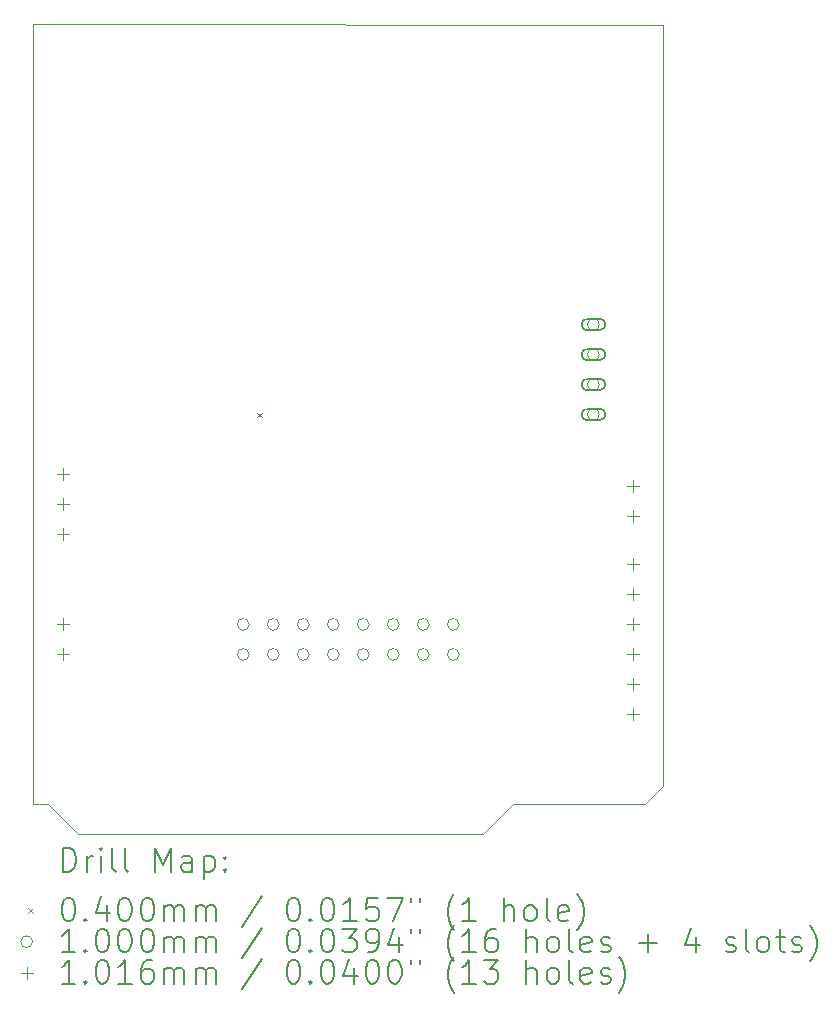
<source format=gbr>
%TF.GenerationSoftware,KiCad,Pcbnew,(6.0.11)*%
%TF.CreationDate,2024-01-05T14:55:54+00:00*%
%TF.ProjectId,EcoIDTester,45636f49-4454-4657-9374-65722e6b6963,rev?*%
%TF.SameCoordinates,Original*%
%TF.FileFunction,Drillmap*%
%TF.FilePolarity,Positive*%
%FSLAX45Y45*%
G04 Gerber Fmt 4.5, Leading zero omitted, Abs format (unit mm)*
G04 Created by KiCad (PCBNEW (6.0.11)) date 2024-01-05 14:55:54*
%MOMM*%
%LPD*%
G01*
G04 APERTURE LIST*
%ADD10C,0.100000*%
%ADD11C,0.200000*%
%ADD12C,0.040000*%
%ADD13C,0.101600*%
G04 APERTURE END LIST*
D10*
X22624000Y-3470000D02*
X17291000Y-3468000D01*
X21355000Y-10072000D02*
X22472000Y-10072000D01*
X22472000Y-10072000D02*
X22625000Y-9920000D01*
X22625000Y-9920000D02*
X22624000Y-3470000D01*
X17291000Y-10071000D02*
X17417000Y-10071000D01*
X17671000Y-10325000D02*
X21100000Y-10326000D01*
X21100000Y-10326000D02*
X21355000Y-10072000D01*
X17417000Y-10071000D02*
X17671000Y-10325000D01*
X17291000Y-3468000D02*
X17291000Y-10071000D01*
D11*
D12*
X19186000Y-6756000D02*
X19226000Y-6796000D01*
X19226000Y-6756000D02*
X19186000Y-6796000D01*
D10*
X19120000Y-8549000D02*
G75*
G03*
X19120000Y-8549000I-50000J0D01*
G01*
X19120000Y-8803000D02*
G75*
G03*
X19120000Y-8803000I-50000J0D01*
G01*
X19374000Y-8549000D02*
G75*
G03*
X19374000Y-8549000I-50000J0D01*
G01*
X19374000Y-8803000D02*
G75*
G03*
X19374000Y-8803000I-50000J0D01*
G01*
X19628000Y-8549000D02*
G75*
G03*
X19628000Y-8549000I-50000J0D01*
G01*
X19628000Y-8803000D02*
G75*
G03*
X19628000Y-8803000I-50000J0D01*
G01*
X19882000Y-8549000D02*
G75*
G03*
X19882000Y-8549000I-50000J0D01*
G01*
X19882000Y-8803000D02*
G75*
G03*
X19882000Y-8803000I-50000J0D01*
G01*
X20136000Y-8549000D02*
G75*
G03*
X20136000Y-8549000I-50000J0D01*
G01*
X20136000Y-8803000D02*
G75*
G03*
X20136000Y-8803000I-50000J0D01*
G01*
X20390000Y-8549000D02*
G75*
G03*
X20390000Y-8549000I-50000J0D01*
G01*
X20390000Y-8803000D02*
G75*
G03*
X20390000Y-8803000I-50000J0D01*
G01*
X20644000Y-8549000D02*
G75*
G03*
X20644000Y-8549000I-50000J0D01*
G01*
X20644000Y-8803000D02*
G75*
G03*
X20644000Y-8803000I-50000J0D01*
G01*
X20898000Y-8549000D02*
G75*
G03*
X20898000Y-8549000I-50000J0D01*
G01*
X20898000Y-8803000D02*
G75*
G03*
X20898000Y-8803000I-50000J0D01*
G01*
X22085000Y-6009000D02*
G75*
G03*
X22085000Y-6009000I-50000J0D01*
G01*
D11*
X21985000Y-6059000D02*
X22085000Y-6059000D01*
X21985000Y-5959000D02*
X22085000Y-5959000D01*
X22085000Y-6059000D02*
G75*
G03*
X22085000Y-5959000I0J50000D01*
G01*
X21985000Y-5959000D02*
G75*
G03*
X21985000Y-6059000I0J-50000D01*
G01*
D10*
X22085000Y-6263000D02*
G75*
G03*
X22085000Y-6263000I-50000J0D01*
G01*
D11*
X21985000Y-6313000D02*
X22085000Y-6313000D01*
X21985000Y-6213000D02*
X22085000Y-6213000D01*
X22085000Y-6313000D02*
G75*
G03*
X22085000Y-6213000I0J50000D01*
G01*
X21985000Y-6213000D02*
G75*
G03*
X21985000Y-6313000I0J-50000D01*
G01*
D10*
X22085000Y-6517000D02*
G75*
G03*
X22085000Y-6517000I-50000J0D01*
G01*
D11*
X21985000Y-6567000D02*
X22085000Y-6567000D01*
X21985000Y-6467000D02*
X22085000Y-6467000D01*
X22085000Y-6567000D02*
G75*
G03*
X22085000Y-6467000I0J50000D01*
G01*
X21985000Y-6467000D02*
G75*
G03*
X21985000Y-6567000I0J-50000D01*
G01*
D10*
X22085000Y-6771000D02*
G75*
G03*
X22085000Y-6771000I-50000J0D01*
G01*
D11*
X21985000Y-6821000D02*
X22085000Y-6821000D01*
X21985000Y-6721000D02*
X22085000Y-6721000D01*
X22085000Y-6821000D02*
G75*
G03*
X22085000Y-6721000I0J50000D01*
G01*
X21985000Y-6721000D02*
G75*
G03*
X21985000Y-6821000I0J-50000D01*
G01*
D13*
X17545000Y-7227200D02*
X17545000Y-7328800D01*
X17494200Y-7278000D02*
X17595800Y-7278000D01*
X17545000Y-7481200D02*
X17545000Y-7582800D01*
X17494200Y-7532000D02*
X17595800Y-7532000D01*
X17545000Y-7735200D02*
X17545000Y-7836800D01*
X17494200Y-7786000D02*
X17595800Y-7786000D01*
X17545000Y-8497200D02*
X17545000Y-8598800D01*
X17494200Y-8548000D02*
X17595800Y-8548000D01*
X17545000Y-8751200D02*
X17545000Y-8852800D01*
X17494200Y-8802000D02*
X17595800Y-8802000D01*
X22371000Y-7328800D02*
X22371000Y-7430400D01*
X22320200Y-7379600D02*
X22421800Y-7379600D01*
X22371000Y-7582800D02*
X22371000Y-7684400D01*
X22320200Y-7633600D02*
X22421800Y-7633600D01*
X22371000Y-7989200D02*
X22371000Y-8090800D01*
X22320200Y-8040000D02*
X22421800Y-8040000D01*
X22371000Y-8243200D02*
X22371000Y-8344800D01*
X22320200Y-8294000D02*
X22421800Y-8294000D01*
X22371000Y-8497200D02*
X22371000Y-8598800D01*
X22320200Y-8548000D02*
X22421800Y-8548000D01*
X22371000Y-8751200D02*
X22371000Y-8852800D01*
X22320200Y-8802000D02*
X22421800Y-8802000D01*
X22371000Y-9005200D02*
X22371000Y-9106800D01*
X22320200Y-9056000D02*
X22421800Y-9056000D01*
X22371000Y-9259200D02*
X22371000Y-9360800D01*
X22320200Y-9310000D02*
X22421800Y-9310000D01*
D11*
X17543619Y-10641476D02*
X17543619Y-10441476D01*
X17591238Y-10441476D01*
X17619810Y-10451000D01*
X17638857Y-10470048D01*
X17648381Y-10489095D01*
X17657905Y-10527190D01*
X17657905Y-10555762D01*
X17648381Y-10593857D01*
X17638857Y-10612905D01*
X17619810Y-10631952D01*
X17591238Y-10641476D01*
X17543619Y-10641476D01*
X17743619Y-10641476D02*
X17743619Y-10508143D01*
X17743619Y-10546238D02*
X17753143Y-10527190D01*
X17762667Y-10517667D01*
X17781714Y-10508143D01*
X17800762Y-10508143D01*
X17867429Y-10641476D02*
X17867429Y-10508143D01*
X17867429Y-10441476D02*
X17857905Y-10451000D01*
X17867429Y-10460524D01*
X17876952Y-10451000D01*
X17867429Y-10441476D01*
X17867429Y-10460524D01*
X17991238Y-10641476D02*
X17972190Y-10631952D01*
X17962667Y-10612905D01*
X17962667Y-10441476D01*
X18096000Y-10641476D02*
X18076952Y-10631952D01*
X18067429Y-10612905D01*
X18067429Y-10441476D01*
X18324571Y-10641476D02*
X18324571Y-10441476D01*
X18391238Y-10584333D01*
X18457905Y-10441476D01*
X18457905Y-10641476D01*
X18638857Y-10641476D02*
X18638857Y-10536714D01*
X18629333Y-10517667D01*
X18610286Y-10508143D01*
X18572190Y-10508143D01*
X18553143Y-10517667D01*
X18638857Y-10631952D02*
X18619810Y-10641476D01*
X18572190Y-10641476D01*
X18553143Y-10631952D01*
X18543619Y-10612905D01*
X18543619Y-10593857D01*
X18553143Y-10574810D01*
X18572190Y-10565286D01*
X18619810Y-10565286D01*
X18638857Y-10555762D01*
X18734095Y-10508143D02*
X18734095Y-10708143D01*
X18734095Y-10517667D02*
X18753143Y-10508143D01*
X18791238Y-10508143D01*
X18810286Y-10517667D01*
X18819810Y-10527190D01*
X18829333Y-10546238D01*
X18829333Y-10603381D01*
X18819810Y-10622429D01*
X18810286Y-10631952D01*
X18791238Y-10641476D01*
X18753143Y-10641476D01*
X18734095Y-10631952D01*
X18915048Y-10622429D02*
X18924571Y-10631952D01*
X18915048Y-10641476D01*
X18905524Y-10631952D01*
X18915048Y-10622429D01*
X18915048Y-10641476D01*
X18915048Y-10517667D02*
X18924571Y-10527190D01*
X18915048Y-10536714D01*
X18905524Y-10527190D01*
X18915048Y-10517667D01*
X18915048Y-10536714D01*
D12*
X17246000Y-10951000D02*
X17286000Y-10991000D01*
X17286000Y-10951000D02*
X17246000Y-10991000D01*
D11*
X17581714Y-10861476D02*
X17600762Y-10861476D01*
X17619810Y-10871000D01*
X17629333Y-10880524D01*
X17638857Y-10899571D01*
X17648381Y-10937667D01*
X17648381Y-10985286D01*
X17638857Y-11023381D01*
X17629333Y-11042429D01*
X17619810Y-11051952D01*
X17600762Y-11061476D01*
X17581714Y-11061476D01*
X17562667Y-11051952D01*
X17553143Y-11042429D01*
X17543619Y-11023381D01*
X17534095Y-10985286D01*
X17534095Y-10937667D01*
X17543619Y-10899571D01*
X17553143Y-10880524D01*
X17562667Y-10871000D01*
X17581714Y-10861476D01*
X17734095Y-11042429D02*
X17743619Y-11051952D01*
X17734095Y-11061476D01*
X17724571Y-11051952D01*
X17734095Y-11042429D01*
X17734095Y-11061476D01*
X17915048Y-10928143D02*
X17915048Y-11061476D01*
X17867429Y-10851952D02*
X17819810Y-10994810D01*
X17943619Y-10994810D01*
X18057905Y-10861476D02*
X18076952Y-10861476D01*
X18096000Y-10871000D01*
X18105524Y-10880524D01*
X18115048Y-10899571D01*
X18124571Y-10937667D01*
X18124571Y-10985286D01*
X18115048Y-11023381D01*
X18105524Y-11042429D01*
X18096000Y-11051952D01*
X18076952Y-11061476D01*
X18057905Y-11061476D01*
X18038857Y-11051952D01*
X18029333Y-11042429D01*
X18019810Y-11023381D01*
X18010286Y-10985286D01*
X18010286Y-10937667D01*
X18019810Y-10899571D01*
X18029333Y-10880524D01*
X18038857Y-10871000D01*
X18057905Y-10861476D01*
X18248381Y-10861476D02*
X18267429Y-10861476D01*
X18286476Y-10871000D01*
X18296000Y-10880524D01*
X18305524Y-10899571D01*
X18315048Y-10937667D01*
X18315048Y-10985286D01*
X18305524Y-11023381D01*
X18296000Y-11042429D01*
X18286476Y-11051952D01*
X18267429Y-11061476D01*
X18248381Y-11061476D01*
X18229333Y-11051952D01*
X18219810Y-11042429D01*
X18210286Y-11023381D01*
X18200762Y-10985286D01*
X18200762Y-10937667D01*
X18210286Y-10899571D01*
X18219810Y-10880524D01*
X18229333Y-10871000D01*
X18248381Y-10861476D01*
X18400762Y-11061476D02*
X18400762Y-10928143D01*
X18400762Y-10947190D02*
X18410286Y-10937667D01*
X18429333Y-10928143D01*
X18457905Y-10928143D01*
X18476952Y-10937667D01*
X18486476Y-10956714D01*
X18486476Y-11061476D01*
X18486476Y-10956714D02*
X18496000Y-10937667D01*
X18515048Y-10928143D01*
X18543619Y-10928143D01*
X18562667Y-10937667D01*
X18572190Y-10956714D01*
X18572190Y-11061476D01*
X18667429Y-11061476D02*
X18667429Y-10928143D01*
X18667429Y-10947190D02*
X18676952Y-10937667D01*
X18696000Y-10928143D01*
X18724571Y-10928143D01*
X18743619Y-10937667D01*
X18753143Y-10956714D01*
X18753143Y-11061476D01*
X18753143Y-10956714D02*
X18762667Y-10937667D01*
X18781714Y-10928143D01*
X18810286Y-10928143D01*
X18829333Y-10937667D01*
X18838857Y-10956714D01*
X18838857Y-11061476D01*
X19229333Y-10851952D02*
X19057905Y-11109095D01*
X19486476Y-10861476D02*
X19505524Y-10861476D01*
X19524571Y-10871000D01*
X19534095Y-10880524D01*
X19543619Y-10899571D01*
X19553143Y-10937667D01*
X19553143Y-10985286D01*
X19543619Y-11023381D01*
X19534095Y-11042429D01*
X19524571Y-11051952D01*
X19505524Y-11061476D01*
X19486476Y-11061476D01*
X19467429Y-11051952D01*
X19457905Y-11042429D01*
X19448381Y-11023381D01*
X19438857Y-10985286D01*
X19438857Y-10937667D01*
X19448381Y-10899571D01*
X19457905Y-10880524D01*
X19467429Y-10871000D01*
X19486476Y-10861476D01*
X19638857Y-11042429D02*
X19648381Y-11051952D01*
X19638857Y-11061476D01*
X19629333Y-11051952D01*
X19638857Y-11042429D01*
X19638857Y-11061476D01*
X19772190Y-10861476D02*
X19791238Y-10861476D01*
X19810286Y-10871000D01*
X19819810Y-10880524D01*
X19829333Y-10899571D01*
X19838857Y-10937667D01*
X19838857Y-10985286D01*
X19829333Y-11023381D01*
X19819810Y-11042429D01*
X19810286Y-11051952D01*
X19791238Y-11061476D01*
X19772190Y-11061476D01*
X19753143Y-11051952D01*
X19743619Y-11042429D01*
X19734095Y-11023381D01*
X19724571Y-10985286D01*
X19724571Y-10937667D01*
X19734095Y-10899571D01*
X19743619Y-10880524D01*
X19753143Y-10871000D01*
X19772190Y-10861476D01*
X20029333Y-11061476D02*
X19915048Y-11061476D01*
X19972190Y-11061476D02*
X19972190Y-10861476D01*
X19953143Y-10890048D01*
X19934095Y-10909095D01*
X19915048Y-10918619D01*
X20210286Y-10861476D02*
X20115048Y-10861476D01*
X20105524Y-10956714D01*
X20115048Y-10947190D01*
X20134095Y-10937667D01*
X20181714Y-10937667D01*
X20200762Y-10947190D01*
X20210286Y-10956714D01*
X20219810Y-10975762D01*
X20219810Y-11023381D01*
X20210286Y-11042429D01*
X20200762Y-11051952D01*
X20181714Y-11061476D01*
X20134095Y-11061476D01*
X20115048Y-11051952D01*
X20105524Y-11042429D01*
X20286476Y-10861476D02*
X20419810Y-10861476D01*
X20334095Y-11061476D01*
X20486476Y-10861476D02*
X20486476Y-10899571D01*
X20562667Y-10861476D02*
X20562667Y-10899571D01*
X20857905Y-11137667D02*
X20848381Y-11128143D01*
X20829333Y-11099571D01*
X20819810Y-11080524D01*
X20810286Y-11051952D01*
X20800762Y-11004333D01*
X20800762Y-10966238D01*
X20810286Y-10918619D01*
X20819810Y-10890048D01*
X20829333Y-10871000D01*
X20848381Y-10842429D01*
X20857905Y-10832905D01*
X21038857Y-11061476D02*
X20924571Y-11061476D01*
X20981714Y-11061476D02*
X20981714Y-10861476D01*
X20962667Y-10890048D01*
X20943619Y-10909095D01*
X20924571Y-10918619D01*
X21276952Y-11061476D02*
X21276952Y-10861476D01*
X21362667Y-11061476D02*
X21362667Y-10956714D01*
X21353143Y-10937667D01*
X21334095Y-10928143D01*
X21305524Y-10928143D01*
X21286476Y-10937667D01*
X21276952Y-10947190D01*
X21486476Y-11061476D02*
X21467429Y-11051952D01*
X21457905Y-11042429D01*
X21448381Y-11023381D01*
X21448381Y-10966238D01*
X21457905Y-10947190D01*
X21467429Y-10937667D01*
X21486476Y-10928143D01*
X21515048Y-10928143D01*
X21534095Y-10937667D01*
X21543619Y-10947190D01*
X21553143Y-10966238D01*
X21553143Y-11023381D01*
X21543619Y-11042429D01*
X21534095Y-11051952D01*
X21515048Y-11061476D01*
X21486476Y-11061476D01*
X21667429Y-11061476D02*
X21648381Y-11051952D01*
X21638857Y-11032905D01*
X21638857Y-10861476D01*
X21819810Y-11051952D02*
X21800762Y-11061476D01*
X21762667Y-11061476D01*
X21743619Y-11051952D01*
X21734095Y-11032905D01*
X21734095Y-10956714D01*
X21743619Y-10937667D01*
X21762667Y-10928143D01*
X21800762Y-10928143D01*
X21819810Y-10937667D01*
X21829333Y-10956714D01*
X21829333Y-10975762D01*
X21734095Y-10994810D01*
X21896000Y-11137667D02*
X21905524Y-11128143D01*
X21924571Y-11099571D01*
X21934095Y-11080524D01*
X21943619Y-11051952D01*
X21953143Y-11004333D01*
X21953143Y-10966238D01*
X21943619Y-10918619D01*
X21934095Y-10890048D01*
X21924571Y-10871000D01*
X21905524Y-10842429D01*
X21896000Y-10832905D01*
D10*
X17286000Y-11235000D02*
G75*
G03*
X17286000Y-11235000I-50000J0D01*
G01*
D11*
X17648381Y-11325476D02*
X17534095Y-11325476D01*
X17591238Y-11325476D02*
X17591238Y-11125476D01*
X17572190Y-11154048D01*
X17553143Y-11173095D01*
X17534095Y-11182619D01*
X17734095Y-11306428D02*
X17743619Y-11315952D01*
X17734095Y-11325476D01*
X17724571Y-11315952D01*
X17734095Y-11306428D01*
X17734095Y-11325476D01*
X17867429Y-11125476D02*
X17886476Y-11125476D01*
X17905524Y-11135000D01*
X17915048Y-11144524D01*
X17924571Y-11163571D01*
X17934095Y-11201667D01*
X17934095Y-11249286D01*
X17924571Y-11287381D01*
X17915048Y-11306428D01*
X17905524Y-11315952D01*
X17886476Y-11325476D01*
X17867429Y-11325476D01*
X17848381Y-11315952D01*
X17838857Y-11306428D01*
X17829333Y-11287381D01*
X17819810Y-11249286D01*
X17819810Y-11201667D01*
X17829333Y-11163571D01*
X17838857Y-11144524D01*
X17848381Y-11135000D01*
X17867429Y-11125476D01*
X18057905Y-11125476D02*
X18076952Y-11125476D01*
X18096000Y-11135000D01*
X18105524Y-11144524D01*
X18115048Y-11163571D01*
X18124571Y-11201667D01*
X18124571Y-11249286D01*
X18115048Y-11287381D01*
X18105524Y-11306428D01*
X18096000Y-11315952D01*
X18076952Y-11325476D01*
X18057905Y-11325476D01*
X18038857Y-11315952D01*
X18029333Y-11306428D01*
X18019810Y-11287381D01*
X18010286Y-11249286D01*
X18010286Y-11201667D01*
X18019810Y-11163571D01*
X18029333Y-11144524D01*
X18038857Y-11135000D01*
X18057905Y-11125476D01*
X18248381Y-11125476D02*
X18267429Y-11125476D01*
X18286476Y-11135000D01*
X18296000Y-11144524D01*
X18305524Y-11163571D01*
X18315048Y-11201667D01*
X18315048Y-11249286D01*
X18305524Y-11287381D01*
X18296000Y-11306428D01*
X18286476Y-11315952D01*
X18267429Y-11325476D01*
X18248381Y-11325476D01*
X18229333Y-11315952D01*
X18219810Y-11306428D01*
X18210286Y-11287381D01*
X18200762Y-11249286D01*
X18200762Y-11201667D01*
X18210286Y-11163571D01*
X18219810Y-11144524D01*
X18229333Y-11135000D01*
X18248381Y-11125476D01*
X18400762Y-11325476D02*
X18400762Y-11192143D01*
X18400762Y-11211190D02*
X18410286Y-11201667D01*
X18429333Y-11192143D01*
X18457905Y-11192143D01*
X18476952Y-11201667D01*
X18486476Y-11220714D01*
X18486476Y-11325476D01*
X18486476Y-11220714D02*
X18496000Y-11201667D01*
X18515048Y-11192143D01*
X18543619Y-11192143D01*
X18562667Y-11201667D01*
X18572190Y-11220714D01*
X18572190Y-11325476D01*
X18667429Y-11325476D02*
X18667429Y-11192143D01*
X18667429Y-11211190D02*
X18676952Y-11201667D01*
X18696000Y-11192143D01*
X18724571Y-11192143D01*
X18743619Y-11201667D01*
X18753143Y-11220714D01*
X18753143Y-11325476D01*
X18753143Y-11220714D02*
X18762667Y-11201667D01*
X18781714Y-11192143D01*
X18810286Y-11192143D01*
X18829333Y-11201667D01*
X18838857Y-11220714D01*
X18838857Y-11325476D01*
X19229333Y-11115952D02*
X19057905Y-11373095D01*
X19486476Y-11125476D02*
X19505524Y-11125476D01*
X19524571Y-11135000D01*
X19534095Y-11144524D01*
X19543619Y-11163571D01*
X19553143Y-11201667D01*
X19553143Y-11249286D01*
X19543619Y-11287381D01*
X19534095Y-11306428D01*
X19524571Y-11315952D01*
X19505524Y-11325476D01*
X19486476Y-11325476D01*
X19467429Y-11315952D01*
X19457905Y-11306428D01*
X19448381Y-11287381D01*
X19438857Y-11249286D01*
X19438857Y-11201667D01*
X19448381Y-11163571D01*
X19457905Y-11144524D01*
X19467429Y-11135000D01*
X19486476Y-11125476D01*
X19638857Y-11306428D02*
X19648381Y-11315952D01*
X19638857Y-11325476D01*
X19629333Y-11315952D01*
X19638857Y-11306428D01*
X19638857Y-11325476D01*
X19772190Y-11125476D02*
X19791238Y-11125476D01*
X19810286Y-11135000D01*
X19819810Y-11144524D01*
X19829333Y-11163571D01*
X19838857Y-11201667D01*
X19838857Y-11249286D01*
X19829333Y-11287381D01*
X19819810Y-11306428D01*
X19810286Y-11315952D01*
X19791238Y-11325476D01*
X19772190Y-11325476D01*
X19753143Y-11315952D01*
X19743619Y-11306428D01*
X19734095Y-11287381D01*
X19724571Y-11249286D01*
X19724571Y-11201667D01*
X19734095Y-11163571D01*
X19743619Y-11144524D01*
X19753143Y-11135000D01*
X19772190Y-11125476D01*
X19905524Y-11125476D02*
X20029333Y-11125476D01*
X19962667Y-11201667D01*
X19991238Y-11201667D01*
X20010286Y-11211190D01*
X20019810Y-11220714D01*
X20029333Y-11239762D01*
X20029333Y-11287381D01*
X20019810Y-11306428D01*
X20010286Y-11315952D01*
X19991238Y-11325476D01*
X19934095Y-11325476D01*
X19915048Y-11315952D01*
X19905524Y-11306428D01*
X20124571Y-11325476D02*
X20162667Y-11325476D01*
X20181714Y-11315952D01*
X20191238Y-11306428D01*
X20210286Y-11277857D01*
X20219810Y-11239762D01*
X20219810Y-11163571D01*
X20210286Y-11144524D01*
X20200762Y-11135000D01*
X20181714Y-11125476D01*
X20143619Y-11125476D01*
X20124571Y-11135000D01*
X20115048Y-11144524D01*
X20105524Y-11163571D01*
X20105524Y-11211190D01*
X20115048Y-11230238D01*
X20124571Y-11239762D01*
X20143619Y-11249286D01*
X20181714Y-11249286D01*
X20200762Y-11239762D01*
X20210286Y-11230238D01*
X20219810Y-11211190D01*
X20391238Y-11192143D02*
X20391238Y-11325476D01*
X20343619Y-11115952D02*
X20296000Y-11258809D01*
X20419810Y-11258809D01*
X20486476Y-11125476D02*
X20486476Y-11163571D01*
X20562667Y-11125476D02*
X20562667Y-11163571D01*
X20857905Y-11401667D02*
X20848381Y-11392143D01*
X20829333Y-11363571D01*
X20819810Y-11344524D01*
X20810286Y-11315952D01*
X20800762Y-11268333D01*
X20800762Y-11230238D01*
X20810286Y-11182619D01*
X20819810Y-11154048D01*
X20829333Y-11135000D01*
X20848381Y-11106429D01*
X20857905Y-11096905D01*
X21038857Y-11325476D02*
X20924571Y-11325476D01*
X20981714Y-11325476D02*
X20981714Y-11125476D01*
X20962667Y-11154048D01*
X20943619Y-11173095D01*
X20924571Y-11182619D01*
X21210286Y-11125476D02*
X21172190Y-11125476D01*
X21153143Y-11135000D01*
X21143619Y-11144524D01*
X21124571Y-11173095D01*
X21115048Y-11211190D01*
X21115048Y-11287381D01*
X21124571Y-11306428D01*
X21134095Y-11315952D01*
X21153143Y-11325476D01*
X21191238Y-11325476D01*
X21210286Y-11315952D01*
X21219810Y-11306428D01*
X21229333Y-11287381D01*
X21229333Y-11239762D01*
X21219810Y-11220714D01*
X21210286Y-11211190D01*
X21191238Y-11201667D01*
X21153143Y-11201667D01*
X21134095Y-11211190D01*
X21124571Y-11220714D01*
X21115048Y-11239762D01*
X21467429Y-11325476D02*
X21467429Y-11125476D01*
X21553143Y-11325476D02*
X21553143Y-11220714D01*
X21543619Y-11201667D01*
X21524571Y-11192143D01*
X21496000Y-11192143D01*
X21476952Y-11201667D01*
X21467429Y-11211190D01*
X21676952Y-11325476D02*
X21657905Y-11315952D01*
X21648381Y-11306428D01*
X21638857Y-11287381D01*
X21638857Y-11230238D01*
X21648381Y-11211190D01*
X21657905Y-11201667D01*
X21676952Y-11192143D01*
X21705524Y-11192143D01*
X21724571Y-11201667D01*
X21734095Y-11211190D01*
X21743619Y-11230238D01*
X21743619Y-11287381D01*
X21734095Y-11306428D01*
X21724571Y-11315952D01*
X21705524Y-11325476D01*
X21676952Y-11325476D01*
X21857905Y-11325476D02*
X21838857Y-11315952D01*
X21829333Y-11296905D01*
X21829333Y-11125476D01*
X22010286Y-11315952D02*
X21991238Y-11325476D01*
X21953143Y-11325476D01*
X21934095Y-11315952D01*
X21924571Y-11296905D01*
X21924571Y-11220714D01*
X21934095Y-11201667D01*
X21953143Y-11192143D01*
X21991238Y-11192143D01*
X22010286Y-11201667D01*
X22019810Y-11220714D01*
X22019810Y-11239762D01*
X21924571Y-11258809D01*
X22096000Y-11315952D02*
X22115048Y-11325476D01*
X22153143Y-11325476D01*
X22172190Y-11315952D01*
X22181714Y-11296905D01*
X22181714Y-11287381D01*
X22172190Y-11268333D01*
X22153143Y-11258809D01*
X22124571Y-11258809D01*
X22105524Y-11249286D01*
X22096000Y-11230238D01*
X22096000Y-11220714D01*
X22105524Y-11201667D01*
X22124571Y-11192143D01*
X22153143Y-11192143D01*
X22172190Y-11201667D01*
X22419809Y-11249286D02*
X22572190Y-11249286D01*
X22496000Y-11325476D02*
X22496000Y-11173095D01*
X22905524Y-11192143D02*
X22905524Y-11325476D01*
X22857905Y-11115952D02*
X22810286Y-11258809D01*
X22934095Y-11258809D01*
X23153143Y-11315952D02*
X23172190Y-11325476D01*
X23210286Y-11325476D01*
X23229333Y-11315952D01*
X23238857Y-11296905D01*
X23238857Y-11287381D01*
X23229333Y-11268333D01*
X23210286Y-11258809D01*
X23181714Y-11258809D01*
X23162667Y-11249286D01*
X23153143Y-11230238D01*
X23153143Y-11220714D01*
X23162667Y-11201667D01*
X23181714Y-11192143D01*
X23210286Y-11192143D01*
X23229333Y-11201667D01*
X23353143Y-11325476D02*
X23334095Y-11315952D01*
X23324571Y-11296905D01*
X23324571Y-11125476D01*
X23457905Y-11325476D02*
X23438857Y-11315952D01*
X23429333Y-11306428D01*
X23419809Y-11287381D01*
X23419809Y-11230238D01*
X23429333Y-11211190D01*
X23438857Y-11201667D01*
X23457905Y-11192143D01*
X23486476Y-11192143D01*
X23505524Y-11201667D01*
X23515048Y-11211190D01*
X23524571Y-11230238D01*
X23524571Y-11287381D01*
X23515048Y-11306428D01*
X23505524Y-11315952D01*
X23486476Y-11325476D01*
X23457905Y-11325476D01*
X23581714Y-11192143D02*
X23657905Y-11192143D01*
X23610286Y-11125476D02*
X23610286Y-11296905D01*
X23619809Y-11315952D01*
X23638857Y-11325476D01*
X23657905Y-11325476D01*
X23715048Y-11315952D02*
X23734095Y-11325476D01*
X23772190Y-11325476D01*
X23791238Y-11315952D01*
X23800762Y-11296905D01*
X23800762Y-11287381D01*
X23791238Y-11268333D01*
X23772190Y-11258809D01*
X23743619Y-11258809D01*
X23724571Y-11249286D01*
X23715048Y-11230238D01*
X23715048Y-11220714D01*
X23724571Y-11201667D01*
X23743619Y-11192143D01*
X23772190Y-11192143D01*
X23791238Y-11201667D01*
X23867428Y-11401667D02*
X23876952Y-11392143D01*
X23896000Y-11363571D01*
X23905524Y-11344524D01*
X23915048Y-11315952D01*
X23924571Y-11268333D01*
X23924571Y-11230238D01*
X23915048Y-11182619D01*
X23905524Y-11154048D01*
X23896000Y-11135000D01*
X23876952Y-11106429D01*
X23867428Y-11096905D01*
D13*
X17235200Y-11448200D02*
X17235200Y-11549800D01*
X17184400Y-11499000D02*
X17286000Y-11499000D01*
D11*
X17648381Y-11589476D02*
X17534095Y-11589476D01*
X17591238Y-11589476D02*
X17591238Y-11389476D01*
X17572190Y-11418048D01*
X17553143Y-11437095D01*
X17534095Y-11446619D01*
X17734095Y-11570428D02*
X17743619Y-11579952D01*
X17734095Y-11589476D01*
X17724571Y-11579952D01*
X17734095Y-11570428D01*
X17734095Y-11589476D01*
X17867429Y-11389476D02*
X17886476Y-11389476D01*
X17905524Y-11399000D01*
X17915048Y-11408524D01*
X17924571Y-11427571D01*
X17934095Y-11465667D01*
X17934095Y-11513286D01*
X17924571Y-11551381D01*
X17915048Y-11570428D01*
X17905524Y-11579952D01*
X17886476Y-11589476D01*
X17867429Y-11589476D01*
X17848381Y-11579952D01*
X17838857Y-11570428D01*
X17829333Y-11551381D01*
X17819810Y-11513286D01*
X17819810Y-11465667D01*
X17829333Y-11427571D01*
X17838857Y-11408524D01*
X17848381Y-11399000D01*
X17867429Y-11389476D01*
X18124571Y-11589476D02*
X18010286Y-11589476D01*
X18067429Y-11589476D02*
X18067429Y-11389476D01*
X18048381Y-11418048D01*
X18029333Y-11437095D01*
X18010286Y-11446619D01*
X18296000Y-11389476D02*
X18257905Y-11389476D01*
X18238857Y-11399000D01*
X18229333Y-11408524D01*
X18210286Y-11437095D01*
X18200762Y-11475190D01*
X18200762Y-11551381D01*
X18210286Y-11570428D01*
X18219810Y-11579952D01*
X18238857Y-11589476D01*
X18276952Y-11589476D01*
X18296000Y-11579952D01*
X18305524Y-11570428D01*
X18315048Y-11551381D01*
X18315048Y-11503762D01*
X18305524Y-11484714D01*
X18296000Y-11475190D01*
X18276952Y-11465667D01*
X18238857Y-11465667D01*
X18219810Y-11475190D01*
X18210286Y-11484714D01*
X18200762Y-11503762D01*
X18400762Y-11589476D02*
X18400762Y-11456143D01*
X18400762Y-11475190D02*
X18410286Y-11465667D01*
X18429333Y-11456143D01*
X18457905Y-11456143D01*
X18476952Y-11465667D01*
X18486476Y-11484714D01*
X18486476Y-11589476D01*
X18486476Y-11484714D02*
X18496000Y-11465667D01*
X18515048Y-11456143D01*
X18543619Y-11456143D01*
X18562667Y-11465667D01*
X18572190Y-11484714D01*
X18572190Y-11589476D01*
X18667429Y-11589476D02*
X18667429Y-11456143D01*
X18667429Y-11475190D02*
X18676952Y-11465667D01*
X18696000Y-11456143D01*
X18724571Y-11456143D01*
X18743619Y-11465667D01*
X18753143Y-11484714D01*
X18753143Y-11589476D01*
X18753143Y-11484714D02*
X18762667Y-11465667D01*
X18781714Y-11456143D01*
X18810286Y-11456143D01*
X18829333Y-11465667D01*
X18838857Y-11484714D01*
X18838857Y-11589476D01*
X19229333Y-11379952D02*
X19057905Y-11637095D01*
X19486476Y-11389476D02*
X19505524Y-11389476D01*
X19524571Y-11399000D01*
X19534095Y-11408524D01*
X19543619Y-11427571D01*
X19553143Y-11465667D01*
X19553143Y-11513286D01*
X19543619Y-11551381D01*
X19534095Y-11570428D01*
X19524571Y-11579952D01*
X19505524Y-11589476D01*
X19486476Y-11589476D01*
X19467429Y-11579952D01*
X19457905Y-11570428D01*
X19448381Y-11551381D01*
X19438857Y-11513286D01*
X19438857Y-11465667D01*
X19448381Y-11427571D01*
X19457905Y-11408524D01*
X19467429Y-11399000D01*
X19486476Y-11389476D01*
X19638857Y-11570428D02*
X19648381Y-11579952D01*
X19638857Y-11589476D01*
X19629333Y-11579952D01*
X19638857Y-11570428D01*
X19638857Y-11589476D01*
X19772190Y-11389476D02*
X19791238Y-11389476D01*
X19810286Y-11399000D01*
X19819810Y-11408524D01*
X19829333Y-11427571D01*
X19838857Y-11465667D01*
X19838857Y-11513286D01*
X19829333Y-11551381D01*
X19819810Y-11570428D01*
X19810286Y-11579952D01*
X19791238Y-11589476D01*
X19772190Y-11589476D01*
X19753143Y-11579952D01*
X19743619Y-11570428D01*
X19734095Y-11551381D01*
X19724571Y-11513286D01*
X19724571Y-11465667D01*
X19734095Y-11427571D01*
X19743619Y-11408524D01*
X19753143Y-11399000D01*
X19772190Y-11389476D01*
X20010286Y-11456143D02*
X20010286Y-11589476D01*
X19962667Y-11379952D02*
X19915048Y-11522809D01*
X20038857Y-11522809D01*
X20153143Y-11389476D02*
X20172190Y-11389476D01*
X20191238Y-11399000D01*
X20200762Y-11408524D01*
X20210286Y-11427571D01*
X20219810Y-11465667D01*
X20219810Y-11513286D01*
X20210286Y-11551381D01*
X20200762Y-11570428D01*
X20191238Y-11579952D01*
X20172190Y-11589476D01*
X20153143Y-11589476D01*
X20134095Y-11579952D01*
X20124571Y-11570428D01*
X20115048Y-11551381D01*
X20105524Y-11513286D01*
X20105524Y-11465667D01*
X20115048Y-11427571D01*
X20124571Y-11408524D01*
X20134095Y-11399000D01*
X20153143Y-11389476D01*
X20343619Y-11389476D02*
X20362667Y-11389476D01*
X20381714Y-11399000D01*
X20391238Y-11408524D01*
X20400762Y-11427571D01*
X20410286Y-11465667D01*
X20410286Y-11513286D01*
X20400762Y-11551381D01*
X20391238Y-11570428D01*
X20381714Y-11579952D01*
X20362667Y-11589476D01*
X20343619Y-11589476D01*
X20324571Y-11579952D01*
X20315048Y-11570428D01*
X20305524Y-11551381D01*
X20296000Y-11513286D01*
X20296000Y-11465667D01*
X20305524Y-11427571D01*
X20315048Y-11408524D01*
X20324571Y-11399000D01*
X20343619Y-11389476D01*
X20486476Y-11389476D02*
X20486476Y-11427571D01*
X20562667Y-11389476D02*
X20562667Y-11427571D01*
X20857905Y-11665667D02*
X20848381Y-11656143D01*
X20829333Y-11627571D01*
X20819810Y-11608524D01*
X20810286Y-11579952D01*
X20800762Y-11532333D01*
X20800762Y-11494238D01*
X20810286Y-11446619D01*
X20819810Y-11418048D01*
X20829333Y-11399000D01*
X20848381Y-11370428D01*
X20857905Y-11360905D01*
X21038857Y-11589476D02*
X20924571Y-11589476D01*
X20981714Y-11589476D02*
X20981714Y-11389476D01*
X20962667Y-11418048D01*
X20943619Y-11437095D01*
X20924571Y-11446619D01*
X21105524Y-11389476D02*
X21229333Y-11389476D01*
X21162667Y-11465667D01*
X21191238Y-11465667D01*
X21210286Y-11475190D01*
X21219810Y-11484714D01*
X21229333Y-11503762D01*
X21229333Y-11551381D01*
X21219810Y-11570428D01*
X21210286Y-11579952D01*
X21191238Y-11589476D01*
X21134095Y-11589476D01*
X21115048Y-11579952D01*
X21105524Y-11570428D01*
X21467429Y-11589476D02*
X21467429Y-11389476D01*
X21553143Y-11589476D02*
X21553143Y-11484714D01*
X21543619Y-11465667D01*
X21524571Y-11456143D01*
X21496000Y-11456143D01*
X21476952Y-11465667D01*
X21467429Y-11475190D01*
X21676952Y-11589476D02*
X21657905Y-11579952D01*
X21648381Y-11570428D01*
X21638857Y-11551381D01*
X21638857Y-11494238D01*
X21648381Y-11475190D01*
X21657905Y-11465667D01*
X21676952Y-11456143D01*
X21705524Y-11456143D01*
X21724571Y-11465667D01*
X21734095Y-11475190D01*
X21743619Y-11494238D01*
X21743619Y-11551381D01*
X21734095Y-11570428D01*
X21724571Y-11579952D01*
X21705524Y-11589476D01*
X21676952Y-11589476D01*
X21857905Y-11589476D02*
X21838857Y-11579952D01*
X21829333Y-11560905D01*
X21829333Y-11389476D01*
X22010286Y-11579952D02*
X21991238Y-11589476D01*
X21953143Y-11589476D01*
X21934095Y-11579952D01*
X21924571Y-11560905D01*
X21924571Y-11484714D01*
X21934095Y-11465667D01*
X21953143Y-11456143D01*
X21991238Y-11456143D01*
X22010286Y-11465667D01*
X22019810Y-11484714D01*
X22019810Y-11503762D01*
X21924571Y-11522809D01*
X22096000Y-11579952D02*
X22115048Y-11589476D01*
X22153143Y-11589476D01*
X22172190Y-11579952D01*
X22181714Y-11560905D01*
X22181714Y-11551381D01*
X22172190Y-11532333D01*
X22153143Y-11522809D01*
X22124571Y-11522809D01*
X22105524Y-11513286D01*
X22096000Y-11494238D01*
X22096000Y-11484714D01*
X22105524Y-11465667D01*
X22124571Y-11456143D01*
X22153143Y-11456143D01*
X22172190Y-11465667D01*
X22248381Y-11665667D02*
X22257905Y-11656143D01*
X22276952Y-11627571D01*
X22286476Y-11608524D01*
X22296000Y-11579952D01*
X22305524Y-11532333D01*
X22305524Y-11494238D01*
X22296000Y-11446619D01*
X22286476Y-11418048D01*
X22276952Y-11399000D01*
X22257905Y-11370428D01*
X22248381Y-11360905D01*
M02*

</source>
